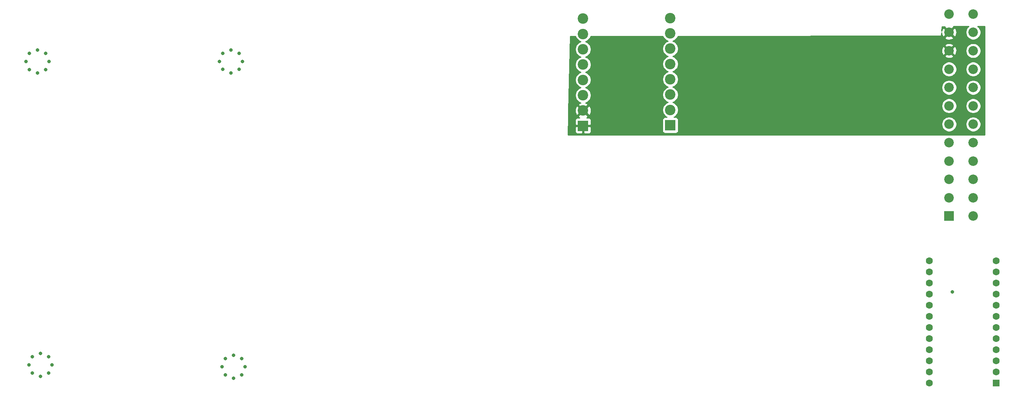
<source format=gbr>
%TF.GenerationSoftware,KiCad,Pcbnew,(5.1.9)-1*%
%TF.CreationDate,2021-07-06T18:24:39-05:00*%
%TF.ProjectId,GEN 1 PSU CARD,47454e20-3120-4505-9355-20434152442e,rev?*%
%TF.SameCoordinates,Original*%
%TF.FileFunction,Copper,L3,Inr*%
%TF.FilePolarity,Positive*%
%FSLAX46Y46*%
G04 Gerber Fmt 4.6, Leading zero omitted, Abs format (unit mm)*
G04 Created by KiCad (PCBNEW (5.1.9)-1) date 2021-07-06 18:24:39*
%MOMM*%
%LPD*%
G01*
G04 APERTURE LIST*
%TA.AperFunction,ComponentPad*%
%ADD10C,2.175000*%
%TD*%
%TA.AperFunction,ComponentPad*%
%ADD11R,2.175000X2.175000*%
%TD*%
%TA.AperFunction,ComponentPad*%
%ADD12C,0.800000*%
%TD*%
%TA.AperFunction,ComponentPad*%
%ADD13C,1.600000*%
%TD*%
%TA.AperFunction,ComponentPad*%
%ADD14R,1.600000X1.600000*%
%TD*%
%TA.AperFunction,ComponentPad*%
%ADD15C,2.400000*%
%TD*%
%TA.AperFunction,ComponentPad*%
%ADD16R,2.400000X2.400000*%
%TD*%
%TA.AperFunction,ViaPad*%
%ADD17C,0.800000*%
%TD*%
%TA.AperFunction,Conductor*%
%ADD18C,0.254000*%
%TD*%
%TA.AperFunction,Conductor*%
%ADD19C,0.100000*%
%TD*%
G04 APERTURE END LIST*
D10*
%TO.N,/GND*%
%TO.C,J4*%
X259052960Y-50904200D03*
%TO.N,Net-(J4-Pad23)*%
X253552960Y-50904200D03*
%TO.N,/5V*%
X259052960Y-55104200D03*
%TO.N,/12V*%
X253552960Y-55104200D03*
%TO.N,/5V*%
X259052960Y-59304200D03*
%TO.N,/12V*%
X253552960Y-59304200D03*
%TO.N,/5V*%
X259052960Y-63504200D03*
%TO.N,/5VSB*%
X253552960Y-63504200D03*
%TO.N,Net-(J4-Pad16)*%
X259052960Y-67704200D03*
%TO.N,Net-(J4-Pad15)*%
X253552960Y-67704200D03*
%TO.N,/GND*%
X259052960Y-71904200D03*
X253552960Y-71904200D03*
X259052960Y-76104200D03*
%TO.N,/5V*%
X253552960Y-76104200D03*
%TO.N,/GND*%
X259052960Y-80304200D03*
X253552960Y-80304200D03*
%TO.N,/PS_ON*%
X259052960Y-84504200D03*
%TO.N,/5V*%
X253552960Y-84504200D03*
%TO.N,/GND*%
X259052960Y-88704200D03*
X253552960Y-88704200D03*
%TO.N,/-12*%
X259052960Y-92904200D03*
%TO.N,Net-(J4-Pad3)*%
X253552960Y-92904200D03*
%TO.N,Net-(J4-Pad2)*%
X259052960Y-97104200D03*
D11*
%TO.N,Net-(J4-Pad1)*%
X253552960Y-97104200D03*
%TD*%
D12*
%TO.N,N/C*%
%TO.C,REF\u002A\u002A*%
X93013440Y-131556760D03*
X92244595Y-133412915D03*
X90388440Y-134181760D03*
X88532285Y-133412915D03*
X87763440Y-131556760D03*
X88532285Y-129700605D03*
X90388440Y-128931760D03*
X92244595Y-129700605D03*
%TD*%
%TO.N,N/C*%
%TO.C,REF\u002A\u002A*%
X48969840Y-131130040D03*
X48200995Y-132986195D03*
X46344840Y-133755040D03*
X44488685Y-132986195D03*
X43719840Y-131130040D03*
X44488685Y-129273885D03*
X46344840Y-128505040D03*
X48200995Y-129273885D03*
%TD*%
%TO.N,N/C*%
%TO.C,REF\u002A\u002A*%
X91609595Y-59860765D03*
X89753440Y-59091920D03*
X87897285Y-59860765D03*
X87128440Y-61716920D03*
X87897285Y-63573075D03*
X89753440Y-64341920D03*
X91609595Y-63573075D03*
X92378440Y-61716920D03*
%TD*%
%TO.N,N/C*%
%TO.C,REF\u002A\u002A*%
X47560915Y-59881085D03*
X45704760Y-59112240D03*
X43848605Y-59881085D03*
X43079760Y-61737240D03*
X43848605Y-63593395D03*
X45704760Y-64362240D03*
X47560915Y-63593395D03*
X48329760Y-61737240D03*
%TD*%
D13*
%TO.N,Net-(U1-Pad24)*%
%TO.C,U1*%
X249026680Y-135255000D03*
%TO.N,/GND*%
X249026680Y-132715000D03*
%TO.N,Net-(U1-Pad22)*%
X249026680Y-130175000D03*
%TO.N,/5VSB*%
X249026680Y-127635000D03*
%TO.N,Net-(U1-Pad20)*%
X249026680Y-125095000D03*
%TO.N,Net-(U1-Pad19)*%
X249026680Y-122555000D03*
%TO.N,Net-(U1-Pad18)*%
X249026680Y-120015000D03*
%TO.N,Net-(U1-Pad17)*%
X249026680Y-117475000D03*
%TO.N,Net-(U1-Pad16)*%
X249026680Y-114935000D03*
%TO.N,Net-(U1-Pad15)*%
X249026680Y-112395000D03*
%TO.N,Net-(U1-Pad14)*%
X249026680Y-109855000D03*
%TO.N,Net-(U1-Pad13)*%
X249026680Y-107315000D03*
%TO.N,Net-(U1-Pad12)*%
X264266680Y-107315000D03*
%TO.N,Net-(U1-Pad11)*%
X264266680Y-109855000D03*
%TO.N,Net-(U1-Pad10)*%
X264266680Y-112395000D03*
%TO.N,/ON-OFF*%
X264266680Y-114935000D03*
%TO.N,Net-(U1-Pad8)*%
X264266680Y-117475000D03*
%TO.N,/OS_OFF*%
X264266680Y-120015000D03*
%TO.N,/PS_ON*%
X264266680Y-122555000D03*
%TO.N,Net-(U1-Pad5)*%
X264266680Y-125095000D03*
%TO.N,/GND*%
X264266680Y-127635000D03*
X264266680Y-130175000D03*
%TO.N,Net-(U1-Pad2)*%
X264266680Y-132715000D03*
D14*
%TO.N,Net-(U1-Pad1)*%
X264266680Y-135255000D03*
%TD*%
D15*
%TO.N,/OS_OFF*%
%TO.C,J3*%
X170083480Y-51953400D03*
%TO.N,/5V*%
X170083480Y-55453400D03*
X170083480Y-58953400D03*
X170083480Y-62453400D03*
X170083480Y-65953400D03*
X170083480Y-69453400D03*
%TO.N,/12V*%
X170083480Y-72953400D03*
D16*
X170083480Y-76453400D03*
%TD*%
D15*
%TO.N,/ON-OFF*%
%TO.C,J2*%
X189981840Y-51821320D03*
%TO.N,/-12*%
X189981840Y-55321320D03*
%TO.N,/GND*%
X189981840Y-58821320D03*
X189981840Y-62321320D03*
X189981840Y-65821320D03*
X189981840Y-69321320D03*
X189981840Y-72821320D03*
D16*
X189981840Y-76321320D03*
%TD*%
D17*
%TO.N,/ON-OFF*%
X254289560Y-114411760D03*
%TD*%
D18*
%TO.N,/12V*%
X261680831Y-78557093D02*
X166647326Y-78536828D01*
X166667998Y-77653400D01*
X168245408Y-77653400D01*
X168257668Y-77777882D01*
X168293978Y-77897580D01*
X168352943Y-78007894D01*
X168432295Y-78104585D01*
X168528986Y-78183937D01*
X168639300Y-78242902D01*
X168758998Y-78279212D01*
X168883480Y-78291472D01*
X169797730Y-78288400D01*
X169956480Y-78129650D01*
X169956480Y-76580400D01*
X170210480Y-76580400D01*
X170210480Y-78129650D01*
X170369230Y-78288400D01*
X171283480Y-78291472D01*
X171407962Y-78279212D01*
X171527660Y-78242902D01*
X171637974Y-78183937D01*
X171734665Y-78104585D01*
X171814017Y-78007894D01*
X171872982Y-77897580D01*
X171909292Y-77777882D01*
X171921552Y-77653400D01*
X171918480Y-76739150D01*
X171759730Y-76580400D01*
X170210480Y-76580400D01*
X169956480Y-76580400D01*
X168407230Y-76580400D01*
X168248480Y-76739150D01*
X168245408Y-77653400D01*
X166667998Y-77653400D01*
X166724160Y-75253400D01*
X168245408Y-75253400D01*
X168248480Y-76167650D01*
X168407230Y-76326400D01*
X169956480Y-76326400D01*
X169956480Y-76306400D01*
X170210480Y-76306400D01*
X170210480Y-76326400D01*
X171759730Y-76326400D01*
X171918480Y-76167650D01*
X171921552Y-75253400D01*
X171909292Y-75128918D01*
X171872982Y-75009220D01*
X171814017Y-74898906D01*
X171734665Y-74802215D01*
X171637974Y-74722863D01*
X171527660Y-74663898D01*
X171407962Y-74627588D01*
X171283480Y-74615328D01*
X170874003Y-74616704D01*
X171061966Y-74516236D01*
X171181854Y-74231380D01*
X170083480Y-73133005D01*
X168985106Y-74231380D01*
X169104994Y-74516236D01*
X169307257Y-74616752D01*
X168883480Y-74615328D01*
X168758998Y-74627588D01*
X168639300Y-74663898D01*
X168528986Y-74722863D01*
X168432295Y-74802215D01*
X168352943Y-74898906D01*
X168293978Y-75009220D01*
X168257668Y-75128918D01*
X168245408Y-75253400D01*
X166724160Y-75253400D01*
X166776703Y-73008084D01*
X168240413Y-73008084D01*
X168286495Y-73366598D01*
X168401634Y-73709233D01*
X168520644Y-73931886D01*
X168805500Y-74051774D01*
X169903875Y-72953400D01*
X170263085Y-72953400D01*
X171361460Y-74051774D01*
X171646316Y-73931886D01*
X171807179Y-73608190D01*
X171901802Y-73259331D01*
X171926547Y-72898716D01*
X171880465Y-72540202D01*
X171765326Y-72197567D01*
X171646316Y-71974914D01*
X171361460Y-71855026D01*
X170263085Y-72953400D01*
X169903875Y-72953400D01*
X168805500Y-71855026D01*
X168520644Y-71974914D01*
X168359781Y-72298610D01*
X168265158Y-72647469D01*
X168240413Y-73008084D01*
X166776703Y-73008084D01*
X167174785Y-55996736D01*
X168321948Y-55995772D01*
X168457324Y-56322599D01*
X168658142Y-56623144D01*
X168913736Y-56878738D01*
X169214281Y-57079556D01*
X169513267Y-57203400D01*
X169214281Y-57327244D01*
X168913736Y-57528062D01*
X168658142Y-57783656D01*
X168457324Y-58084201D01*
X168318998Y-58418150D01*
X168248480Y-58772668D01*
X168248480Y-59134132D01*
X168318998Y-59488650D01*
X168457324Y-59822599D01*
X168658142Y-60123144D01*
X168913736Y-60378738D01*
X169214281Y-60579556D01*
X169513267Y-60703400D01*
X169214281Y-60827244D01*
X168913736Y-61028062D01*
X168658142Y-61283656D01*
X168457324Y-61584201D01*
X168318998Y-61918150D01*
X168248480Y-62272668D01*
X168248480Y-62634132D01*
X168318998Y-62988650D01*
X168457324Y-63322599D01*
X168658142Y-63623144D01*
X168913736Y-63878738D01*
X169214281Y-64079556D01*
X169513267Y-64203400D01*
X169214281Y-64327244D01*
X168913736Y-64528062D01*
X168658142Y-64783656D01*
X168457324Y-65084201D01*
X168318998Y-65418150D01*
X168248480Y-65772668D01*
X168248480Y-66134132D01*
X168318998Y-66488650D01*
X168457324Y-66822599D01*
X168658142Y-67123144D01*
X168913736Y-67378738D01*
X169214281Y-67579556D01*
X169513267Y-67703400D01*
X169214281Y-67827244D01*
X168913736Y-68028062D01*
X168658142Y-68283656D01*
X168457324Y-68584201D01*
X168318998Y-68918150D01*
X168248480Y-69272668D01*
X168248480Y-69634132D01*
X168318998Y-69988650D01*
X168457324Y-70322599D01*
X168658142Y-70623144D01*
X168913736Y-70878738D01*
X169214281Y-71079556D01*
X169520969Y-71206590D01*
X169327647Y-71271554D01*
X169104994Y-71390564D01*
X168985106Y-71675420D01*
X170083480Y-72773795D01*
X171181854Y-71675420D01*
X171061966Y-71390564D01*
X170738270Y-71229701D01*
X170648790Y-71205431D01*
X170952679Y-71079556D01*
X171253224Y-70878738D01*
X171508818Y-70623144D01*
X171709636Y-70322599D01*
X171847962Y-69988650D01*
X171918480Y-69634132D01*
X171918480Y-69272668D01*
X171847962Y-68918150D01*
X171709636Y-68584201D01*
X171508818Y-68283656D01*
X171253224Y-68028062D01*
X170952679Y-67827244D01*
X170653693Y-67703400D01*
X170952679Y-67579556D01*
X171253224Y-67378738D01*
X171508818Y-67123144D01*
X171709636Y-66822599D01*
X171847962Y-66488650D01*
X171918480Y-66134132D01*
X171918480Y-65772668D01*
X171847962Y-65418150D01*
X171709636Y-65084201D01*
X171508818Y-64783656D01*
X171253224Y-64528062D01*
X170952679Y-64327244D01*
X170653693Y-64203400D01*
X170952679Y-64079556D01*
X171253224Y-63878738D01*
X171508818Y-63623144D01*
X171709636Y-63322599D01*
X171847962Y-62988650D01*
X171918480Y-62634132D01*
X171918480Y-62272668D01*
X171847962Y-61918150D01*
X171709636Y-61584201D01*
X171508818Y-61283656D01*
X171253224Y-61028062D01*
X170952679Y-60827244D01*
X170653693Y-60703400D01*
X170952679Y-60579556D01*
X171253224Y-60378738D01*
X171508818Y-60123144D01*
X171709636Y-59822599D01*
X171847962Y-59488650D01*
X171918480Y-59134132D01*
X171918480Y-58772668D01*
X171847962Y-58418150D01*
X171709636Y-58084201D01*
X171508818Y-57783656D01*
X171253224Y-57528062D01*
X170952679Y-57327244D01*
X170653693Y-57203400D01*
X170952679Y-57079556D01*
X171253224Y-56878738D01*
X171508818Y-56623144D01*
X171709636Y-56322599D01*
X171846239Y-55992809D01*
X188268072Y-55979005D01*
X188355684Y-56190519D01*
X188556502Y-56491064D01*
X188812096Y-56746658D01*
X189112641Y-56947476D01*
X189411627Y-57071320D01*
X189112641Y-57195164D01*
X188812096Y-57395982D01*
X188556502Y-57651576D01*
X188355684Y-57952121D01*
X188217358Y-58286070D01*
X188146840Y-58640588D01*
X188146840Y-59002052D01*
X188217358Y-59356570D01*
X188355684Y-59690519D01*
X188556502Y-59991064D01*
X188812096Y-60246658D01*
X189112641Y-60447476D01*
X189411627Y-60571320D01*
X189112641Y-60695164D01*
X188812096Y-60895982D01*
X188556502Y-61151576D01*
X188355684Y-61452121D01*
X188217358Y-61786070D01*
X188146840Y-62140588D01*
X188146840Y-62502052D01*
X188217358Y-62856570D01*
X188355684Y-63190519D01*
X188556502Y-63491064D01*
X188812096Y-63746658D01*
X189112641Y-63947476D01*
X189411627Y-64071320D01*
X189112641Y-64195164D01*
X188812096Y-64395982D01*
X188556502Y-64651576D01*
X188355684Y-64952121D01*
X188217358Y-65286070D01*
X188146840Y-65640588D01*
X188146840Y-66002052D01*
X188217358Y-66356570D01*
X188355684Y-66690519D01*
X188556502Y-66991064D01*
X188812096Y-67246658D01*
X189112641Y-67447476D01*
X189411627Y-67571320D01*
X189112641Y-67695164D01*
X188812096Y-67895982D01*
X188556502Y-68151576D01*
X188355684Y-68452121D01*
X188217358Y-68786070D01*
X188146840Y-69140588D01*
X188146840Y-69502052D01*
X188217358Y-69856570D01*
X188355684Y-70190519D01*
X188556502Y-70491064D01*
X188812096Y-70746658D01*
X189112641Y-70947476D01*
X189411627Y-71071320D01*
X189112641Y-71195164D01*
X188812096Y-71395982D01*
X188556502Y-71651576D01*
X188355684Y-71952121D01*
X188217358Y-72286070D01*
X188146840Y-72640588D01*
X188146840Y-73002052D01*
X188217358Y-73356570D01*
X188355684Y-73690519D01*
X188556502Y-73991064D01*
X188812096Y-74246658D01*
X189112641Y-74447476D01*
X189199002Y-74483248D01*
X188781840Y-74483248D01*
X188657358Y-74495508D01*
X188537660Y-74531818D01*
X188427346Y-74590783D01*
X188330655Y-74670135D01*
X188251303Y-74766826D01*
X188192338Y-74877140D01*
X188156028Y-74996838D01*
X188143768Y-75121320D01*
X188143768Y-77521320D01*
X188156028Y-77645802D01*
X188192338Y-77765500D01*
X188251303Y-77875814D01*
X188330655Y-77972505D01*
X188427346Y-78051857D01*
X188537660Y-78110822D01*
X188657358Y-78147132D01*
X188781840Y-78159392D01*
X191181840Y-78159392D01*
X191306322Y-78147132D01*
X191426020Y-78110822D01*
X191536334Y-78051857D01*
X191633025Y-77972505D01*
X191712377Y-77875814D01*
X191771342Y-77765500D01*
X191807652Y-77645802D01*
X191819912Y-77521320D01*
X191819912Y-75934549D01*
X251830460Y-75934549D01*
X251830460Y-76273851D01*
X251896655Y-76606635D01*
X252026501Y-76920109D01*
X252215007Y-77202229D01*
X252454931Y-77442153D01*
X252737051Y-77630659D01*
X253050525Y-77760505D01*
X253383309Y-77826700D01*
X253722611Y-77826700D01*
X254055395Y-77760505D01*
X254368869Y-77630659D01*
X254650989Y-77442153D01*
X254890913Y-77202229D01*
X255079419Y-76920109D01*
X255209265Y-76606635D01*
X255275460Y-76273851D01*
X255275460Y-75934549D01*
X257330460Y-75934549D01*
X257330460Y-76273851D01*
X257396655Y-76606635D01*
X257526501Y-76920109D01*
X257715007Y-77202229D01*
X257954931Y-77442153D01*
X258237051Y-77630659D01*
X258550525Y-77760505D01*
X258883309Y-77826700D01*
X259222611Y-77826700D01*
X259555395Y-77760505D01*
X259868869Y-77630659D01*
X260150989Y-77442153D01*
X260390913Y-77202229D01*
X260579419Y-76920109D01*
X260709265Y-76606635D01*
X260775460Y-76273851D01*
X260775460Y-75934549D01*
X260709265Y-75601765D01*
X260579419Y-75288291D01*
X260390913Y-75006171D01*
X260150989Y-74766247D01*
X259868869Y-74577741D01*
X259555395Y-74447895D01*
X259222611Y-74381700D01*
X258883309Y-74381700D01*
X258550525Y-74447895D01*
X258237051Y-74577741D01*
X257954931Y-74766247D01*
X257715007Y-75006171D01*
X257526501Y-75288291D01*
X257396655Y-75601765D01*
X257330460Y-75934549D01*
X255275460Y-75934549D01*
X255209265Y-75601765D01*
X255079419Y-75288291D01*
X254890913Y-75006171D01*
X254650989Y-74766247D01*
X254368869Y-74577741D01*
X254055395Y-74447895D01*
X253722611Y-74381700D01*
X253383309Y-74381700D01*
X253050525Y-74447895D01*
X252737051Y-74577741D01*
X252454931Y-74766247D01*
X252215007Y-75006171D01*
X252026501Y-75288291D01*
X251896655Y-75601765D01*
X251830460Y-75934549D01*
X191819912Y-75934549D01*
X191819912Y-75121320D01*
X191807652Y-74996838D01*
X191771342Y-74877140D01*
X191712377Y-74766826D01*
X191633025Y-74670135D01*
X191536334Y-74590783D01*
X191426020Y-74531818D01*
X191306322Y-74495508D01*
X191181840Y-74483248D01*
X190764678Y-74483248D01*
X190851039Y-74447476D01*
X191151584Y-74246658D01*
X191407178Y-73991064D01*
X191607996Y-73690519D01*
X191746322Y-73356570D01*
X191816840Y-73002052D01*
X191816840Y-72640588D01*
X191746322Y-72286070D01*
X191607996Y-71952121D01*
X191462619Y-71734549D01*
X251830460Y-71734549D01*
X251830460Y-72073851D01*
X251896655Y-72406635D01*
X252026501Y-72720109D01*
X252215007Y-73002229D01*
X252454931Y-73242153D01*
X252737051Y-73430659D01*
X253050525Y-73560505D01*
X253383309Y-73626700D01*
X253722611Y-73626700D01*
X254055395Y-73560505D01*
X254368869Y-73430659D01*
X254650989Y-73242153D01*
X254890913Y-73002229D01*
X255079419Y-72720109D01*
X255209265Y-72406635D01*
X255275460Y-72073851D01*
X255275460Y-71734549D01*
X257330460Y-71734549D01*
X257330460Y-72073851D01*
X257396655Y-72406635D01*
X257526501Y-72720109D01*
X257715007Y-73002229D01*
X257954931Y-73242153D01*
X258237051Y-73430659D01*
X258550525Y-73560505D01*
X258883309Y-73626700D01*
X259222611Y-73626700D01*
X259555395Y-73560505D01*
X259868869Y-73430659D01*
X260150989Y-73242153D01*
X260390913Y-73002229D01*
X260579419Y-72720109D01*
X260709265Y-72406635D01*
X260775460Y-72073851D01*
X260775460Y-71734549D01*
X260709265Y-71401765D01*
X260579419Y-71088291D01*
X260390913Y-70806171D01*
X260150989Y-70566247D01*
X259868869Y-70377741D01*
X259555395Y-70247895D01*
X259222611Y-70181700D01*
X258883309Y-70181700D01*
X258550525Y-70247895D01*
X258237051Y-70377741D01*
X257954931Y-70566247D01*
X257715007Y-70806171D01*
X257526501Y-71088291D01*
X257396655Y-71401765D01*
X257330460Y-71734549D01*
X255275460Y-71734549D01*
X255209265Y-71401765D01*
X255079419Y-71088291D01*
X254890913Y-70806171D01*
X254650989Y-70566247D01*
X254368869Y-70377741D01*
X254055395Y-70247895D01*
X253722611Y-70181700D01*
X253383309Y-70181700D01*
X253050525Y-70247895D01*
X252737051Y-70377741D01*
X252454931Y-70566247D01*
X252215007Y-70806171D01*
X252026501Y-71088291D01*
X251896655Y-71401765D01*
X251830460Y-71734549D01*
X191462619Y-71734549D01*
X191407178Y-71651576D01*
X191151584Y-71395982D01*
X190851039Y-71195164D01*
X190552053Y-71071320D01*
X190851039Y-70947476D01*
X191151584Y-70746658D01*
X191407178Y-70491064D01*
X191607996Y-70190519D01*
X191746322Y-69856570D01*
X191816840Y-69502052D01*
X191816840Y-69140588D01*
X191746322Y-68786070D01*
X191607996Y-68452121D01*
X191407178Y-68151576D01*
X191151584Y-67895982D01*
X190851039Y-67695164D01*
X190552053Y-67571320D01*
X190640826Y-67534549D01*
X251830460Y-67534549D01*
X251830460Y-67873851D01*
X251896655Y-68206635D01*
X252026501Y-68520109D01*
X252215007Y-68802229D01*
X252454931Y-69042153D01*
X252737051Y-69230659D01*
X253050525Y-69360505D01*
X253383309Y-69426700D01*
X253722611Y-69426700D01*
X254055395Y-69360505D01*
X254368869Y-69230659D01*
X254650989Y-69042153D01*
X254890913Y-68802229D01*
X255079419Y-68520109D01*
X255209265Y-68206635D01*
X255275460Y-67873851D01*
X255275460Y-67534549D01*
X257330460Y-67534549D01*
X257330460Y-67873851D01*
X257396655Y-68206635D01*
X257526501Y-68520109D01*
X257715007Y-68802229D01*
X257954931Y-69042153D01*
X258237051Y-69230659D01*
X258550525Y-69360505D01*
X258883309Y-69426700D01*
X259222611Y-69426700D01*
X259555395Y-69360505D01*
X259868869Y-69230659D01*
X260150989Y-69042153D01*
X260390913Y-68802229D01*
X260579419Y-68520109D01*
X260709265Y-68206635D01*
X260775460Y-67873851D01*
X260775460Y-67534549D01*
X260709265Y-67201765D01*
X260579419Y-66888291D01*
X260390913Y-66606171D01*
X260150989Y-66366247D01*
X259868869Y-66177741D01*
X259555395Y-66047895D01*
X259222611Y-65981700D01*
X258883309Y-65981700D01*
X258550525Y-66047895D01*
X258237051Y-66177741D01*
X257954931Y-66366247D01*
X257715007Y-66606171D01*
X257526501Y-66888291D01*
X257396655Y-67201765D01*
X257330460Y-67534549D01*
X255275460Y-67534549D01*
X255209265Y-67201765D01*
X255079419Y-66888291D01*
X254890913Y-66606171D01*
X254650989Y-66366247D01*
X254368869Y-66177741D01*
X254055395Y-66047895D01*
X253722611Y-65981700D01*
X253383309Y-65981700D01*
X253050525Y-66047895D01*
X252737051Y-66177741D01*
X252454931Y-66366247D01*
X252215007Y-66606171D01*
X252026501Y-66888291D01*
X251896655Y-67201765D01*
X251830460Y-67534549D01*
X190640826Y-67534549D01*
X190851039Y-67447476D01*
X191151584Y-67246658D01*
X191407178Y-66991064D01*
X191607996Y-66690519D01*
X191746322Y-66356570D01*
X191816840Y-66002052D01*
X191816840Y-65640588D01*
X191746322Y-65286070D01*
X191607996Y-64952121D01*
X191407178Y-64651576D01*
X191151584Y-64395982D01*
X190851039Y-64195164D01*
X190552053Y-64071320D01*
X190851039Y-63947476D01*
X191151584Y-63746658D01*
X191407178Y-63491064D01*
X191511758Y-63334549D01*
X251830460Y-63334549D01*
X251830460Y-63673851D01*
X251896655Y-64006635D01*
X252026501Y-64320109D01*
X252215007Y-64602229D01*
X252454931Y-64842153D01*
X252737051Y-65030659D01*
X253050525Y-65160505D01*
X253383309Y-65226700D01*
X253722611Y-65226700D01*
X254055395Y-65160505D01*
X254368869Y-65030659D01*
X254650989Y-64842153D01*
X254890913Y-64602229D01*
X255079419Y-64320109D01*
X255209265Y-64006635D01*
X255275460Y-63673851D01*
X255275460Y-63334549D01*
X257330460Y-63334549D01*
X257330460Y-63673851D01*
X257396655Y-64006635D01*
X257526501Y-64320109D01*
X257715007Y-64602229D01*
X257954931Y-64842153D01*
X258237051Y-65030659D01*
X258550525Y-65160505D01*
X258883309Y-65226700D01*
X259222611Y-65226700D01*
X259555395Y-65160505D01*
X259868869Y-65030659D01*
X260150989Y-64842153D01*
X260390913Y-64602229D01*
X260579419Y-64320109D01*
X260709265Y-64006635D01*
X260775460Y-63673851D01*
X260775460Y-63334549D01*
X260709265Y-63001765D01*
X260579419Y-62688291D01*
X260390913Y-62406171D01*
X260150989Y-62166247D01*
X259868869Y-61977741D01*
X259555395Y-61847895D01*
X259222611Y-61781700D01*
X258883309Y-61781700D01*
X258550525Y-61847895D01*
X258237051Y-61977741D01*
X257954931Y-62166247D01*
X257715007Y-62406171D01*
X257526501Y-62688291D01*
X257396655Y-63001765D01*
X257330460Y-63334549D01*
X255275460Y-63334549D01*
X255209265Y-63001765D01*
X255079419Y-62688291D01*
X254890913Y-62406171D01*
X254650989Y-62166247D01*
X254368869Y-61977741D01*
X254055395Y-61847895D01*
X253722611Y-61781700D01*
X253383309Y-61781700D01*
X253050525Y-61847895D01*
X252737051Y-61977741D01*
X252454931Y-62166247D01*
X252215007Y-62406171D01*
X252026501Y-62688291D01*
X251896655Y-63001765D01*
X251830460Y-63334549D01*
X191511758Y-63334549D01*
X191607996Y-63190519D01*
X191746322Y-62856570D01*
X191816840Y-62502052D01*
X191816840Y-62140588D01*
X191746322Y-61786070D01*
X191607996Y-61452121D01*
X191407178Y-61151576D01*
X191151584Y-60895982D01*
X190851039Y-60695164D01*
X190552053Y-60571320D01*
X190719403Y-60502001D01*
X252534764Y-60502001D01*
X252641089Y-60775348D01*
X252945618Y-60924978D01*
X253273485Y-61012322D01*
X253612094Y-61034024D01*
X253948430Y-60989249D01*
X254269567Y-60879719D01*
X254464831Y-60775348D01*
X254571156Y-60502001D01*
X253552960Y-59483805D01*
X252534764Y-60502001D01*
X190719403Y-60502001D01*
X190851039Y-60447476D01*
X191151584Y-60246658D01*
X191407178Y-59991064D01*
X191607996Y-59690519D01*
X191743520Y-59363334D01*
X251823136Y-59363334D01*
X251867911Y-59699670D01*
X251977441Y-60020807D01*
X252081812Y-60216071D01*
X252355159Y-60322396D01*
X253373355Y-59304200D01*
X253732565Y-59304200D01*
X254750761Y-60322396D01*
X255024108Y-60216071D01*
X255173738Y-59911542D01*
X255261082Y-59583675D01*
X255282784Y-59245066D01*
X255268072Y-59134549D01*
X257330460Y-59134549D01*
X257330460Y-59473851D01*
X257396655Y-59806635D01*
X257526501Y-60120109D01*
X257715007Y-60402229D01*
X257954931Y-60642153D01*
X258237051Y-60830659D01*
X258550525Y-60960505D01*
X258883309Y-61026700D01*
X259222611Y-61026700D01*
X259555395Y-60960505D01*
X259868869Y-60830659D01*
X260150989Y-60642153D01*
X260390913Y-60402229D01*
X260579419Y-60120109D01*
X260709265Y-59806635D01*
X260775460Y-59473851D01*
X260775460Y-59134549D01*
X260709265Y-58801765D01*
X260579419Y-58488291D01*
X260390913Y-58206171D01*
X260150989Y-57966247D01*
X259868869Y-57777741D01*
X259555395Y-57647895D01*
X259222611Y-57581700D01*
X258883309Y-57581700D01*
X258550525Y-57647895D01*
X258237051Y-57777741D01*
X257954931Y-57966247D01*
X257715007Y-58206171D01*
X257526501Y-58488291D01*
X257396655Y-58801765D01*
X257330460Y-59134549D01*
X255268072Y-59134549D01*
X255238009Y-58908730D01*
X255128479Y-58587593D01*
X255024108Y-58392329D01*
X254750761Y-58286004D01*
X253732565Y-59304200D01*
X253373355Y-59304200D01*
X252355159Y-58286004D01*
X252081812Y-58392329D01*
X251932182Y-58696858D01*
X251844838Y-59024725D01*
X251823136Y-59363334D01*
X191743520Y-59363334D01*
X191746322Y-59356570D01*
X191816840Y-59002052D01*
X191816840Y-58640588D01*
X191746322Y-58286070D01*
X191671900Y-58106399D01*
X252534764Y-58106399D01*
X253552960Y-59124595D01*
X254571156Y-58106399D01*
X254464831Y-57833052D01*
X254160302Y-57683422D01*
X253832435Y-57596078D01*
X253493826Y-57574376D01*
X253157490Y-57619151D01*
X252836353Y-57728681D01*
X252641089Y-57833052D01*
X252534764Y-58106399D01*
X191671900Y-58106399D01*
X191607996Y-57952121D01*
X191407178Y-57651576D01*
X191151584Y-57395982D01*
X190851039Y-57195164D01*
X190552053Y-57071320D01*
X190851039Y-56947476D01*
X191151584Y-56746658D01*
X191407178Y-56491064D01*
X191533506Y-56302001D01*
X252534764Y-56302001D01*
X252641089Y-56575348D01*
X252945618Y-56724978D01*
X253273485Y-56812322D01*
X253612094Y-56834024D01*
X253948430Y-56789249D01*
X254269567Y-56679719D01*
X254464831Y-56575348D01*
X254571156Y-56302001D01*
X253552960Y-55283805D01*
X252534764Y-56302001D01*
X191533506Y-56302001D01*
X191607996Y-56190519D01*
X191696802Y-55976123D01*
X251658227Y-55925720D01*
X251683001Y-55923259D01*
X251706819Y-55916012D01*
X251728766Y-55904257D01*
X251747998Y-55888447D01*
X251763776Y-55869189D01*
X251775494Y-55847222D01*
X251782701Y-55823392D01*
X251784847Y-55807049D01*
X251825828Y-55183555D01*
X251867911Y-55499670D01*
X251977441Y-55820807D01*
X252081812Y-56016071D01*
X252355159Y-56122396D01*
X253373355Y-55104200D01*
X253732565Y-55104200D01*
X254750761Y-56122396D01*
X255024108Y-56016071D01*
X255173738Y-55711542D01*
X255261082Y-55383675D01*
X255282784Y-55045066D01*
X255238009Y-54708730D01*
X255128479Y-54387593D01*
X255024108Y-54192329D01*
X254750761Y-54086004D01*
X253732565Y-55104200D01*
X253373355Y-55104200D01*
X252355159Y-54086004D01*
X252081812Y-54192329D01*
X251932182Y-54496858D01*
X251850912Y-54801927D01*
X251919323Y-53761097D01*
X252592482Y-53758014D01*
X252534764Y-53906399D01*
X253552960Y-54924595D01*
X254571156Y-53906399D01*
X254510022Y-53749231D01*
X258004350Y-53733227D01*
X257954931Y-53766247D01*
X257715007Y-54006171D01*
X257526501Y-54288291D01*
X257396655Y-54601765D01*
X257330460Y-54934549D01*
X257330460Y-55273851D01*
X257396655Y-55606635D01*
X257526501Y-55920109D01*
X257715007Y-56202229D01*
X257954931Y-56442153D01*
X258237051Y-56630659D01*
X258550525Y-56760505D01*
X258883309Y-56826700D01*
X259222611Y-56826700D01*
X259555395Y-56760505D01*
X259868869Y-56630659D01*
X260150989Y-56442153D01*
X260390913Y-56202229D01*
X260579419Y-55920109D01*
X260709265Y-55606635D01*
X260775460Y-55273851D01*
X260775460Y-54934549D01*
X260709265Y-54601765D01*
X260579419Y-54288291D01*
X260390913Y-54006171D01*
X260150989Y-53766247D01*
X260087293Y-53723686D01*
X261655689Y-53716503D01*
X261680831Y-78557093D01*
%TA.AperFunction,Conductor*%
D19*
G36*
X261680831Y-78557093D02*
G01*
X166647326Y-78536828D01*
X166667998Y-77653400D01*
X168245408Y-77653400D01*
X168257668Y-77777882D01*
X168293978Y-77897580D01*
X168352943Y-78007894D01*
X168432295Y-78104585D01*
X168528986Y-78183937D01*
X168639300Y-78242902D01*
X168758998Y-78279212D01*
X168883480Y-78291472D01*
X169797730Y-78288400D01*
X169956480Y-78129650D01*
X169956480Y-76580400D01*
X170210480Y-76580400D01*
X170210480Y-78129650D01*
X170369230Y-78288400D01*
X171283480Y-78291472D01*
X171407962Y-78279212D01*
X171527660Y-78242902D01*
X171637974Y-78183937D01*
X171734665Y-78104585D01*
X171814017Y-78007894D01*
X171872982Y-77897580D01*
X171909292Y-77777882D01*
X171921552Y-77653400D01*
X171918480Y-76739150D01*
X171759730Y-76580400D01*
X170210480Y-76580400D01*
X169956480Y-76580400D01*
X168407230Y-76580400D01*
X168248480Y-76739150D01*
X168245408Y-77653400D01*
X166667998Y-77653400D01*
X166724160Y-75253400D01*
X168245408Y-75253400D01*
X168248480Y-76167650D01*
X168407230Y-76326400D01*
X169956480Y-76326400D01*
X169956480Y-76306400D01*
X170210480Y-76306400D01*
X170210480Y-76326400D01*
X171759730Y-76326400D01*
X171918480Y-76167650D01*
X171921552Y-75253400D01*
X171909292Y-75128918D01*
X171872982Y-75009220D01*
X171814017Y-74898906D01*
X171734665Y-74802215D01*
X171637974Y-74722863D01*
X171527660Y-74663898D01*
X171407962Y-74627588D01*
X171283480Y-74615328D01*
X170874003Y-74616704D01*
X171061966Y-74516236D01*
X171181854Y-74231380D01*
X170083480Y-73133005D01*
X168985106Y-74231380D01*
X169104994Y-74516236D01*
X169307257Y-74616752D01*
X168883480Y-74615328D01*
X168758998Y-74627588D01*
X168639300Y-74663898D01*
X168528986Y-74722863D01*
X168432295Y-74802215D01*
X168352943Y-74898906D01*
X168293978Y-75009220D01*
X168257668Y-75128918D01*
X168245408Y-75253400D01*
X166724160Y-75253400D01*
X166776703Y-73008084D01*
X168240413Y-73008084D01*
X168286495Y-73366598D01*
X168401634Y-73709233D01*
X168520644Y-73931886D01*
X168805500Y-74051774D01*
X169903875Y-72953400D01*
X170263085Y-72953400D01*
X171361460Y-74051774D01*
X171646316Y-73931886D01*
X171807179Y-73608190D01*
X171901802Y-73259331D01*
X171926547Y-72898716D01*
X171880465Y-72540202D01*
X171765326Y-72197567D01*
X171646316Y-71974914D01*
X171361460Y-71855026D01*
X170263085Y-72953400D01*
X169903875Y-72953400D01*
X168805500Y-71855026D01*
X168520644Y-71974914D01*
X168359781Y-72298610D01*
X168265158Y-72647469D01*
X168240413Y-73008084D01*
X166776703Y-73008084D01*
X167174785Y-55996736D01*
X168321948Y-55995772D01*
X168457324Y-56322599D01*
X168658142Y-56623144D01*
X168913736Y-56878738D01*
X169214281Y-57079556D01*
X169513267Y-57203400D01*
X169214281Y-57327244D01*
X168913736Y-57528062D01*
X168658142Y-57783656D01*
X168457324Y-58084201D01*
X168318998Y-58418150D01*
X168248480Y-58772668D01*
X168248480Y-59134132D01*
X168318998Y-59488650D01*
X168457324Y-59822599D01*
X168658142Y-60123144D01*
X168913736Y-60378738D01*
X169214281Y-60579556D01*
X169513267Y-60703400D01*
X169214281Y-60827244D01*
X168913736Y-61028062D01*
X168658142Y-61283656D01*
X168457324Y-61584201D01*
X168318998Y-61918150D01*
X168248480Y-62272668D01*
X168248480Y-62634132D01*
X168318998Y-62988650D01*
X168457324Y-63322599D01*
X168658142Y-63623144D01*
X168913736Y-63878738D01*
X169214281Y-64079556D01*
X169513267Y-64203400D01*
X169214281Y-64327244D01*
X168913736Y-64528062D01*
X168658142Y-64783656D01*
X168457324Y-65084201D01*
X168318998Y-65418150D01*
X168248480Y-65772668D01*
X168248480Y-66134132D01*
X168318998Y-66488650D01*
X168457324Y-66822599D01*
X168658142Y-67123144D01*
X168913736Y-67378738D01*
X169214281Y-67579556D01*
X169513267Y-67703400D01*
X169214281Y-67827244D01*
X168913736Y-68028062D01*
X168658142Y-68283656D01*
X168457324Y-68584201D01*
X168318998Y-68918150D01*
X168248480Y-69272668D01*
X168248480Y-69634132D01*
X168318998Y-69988650D01*
X168457324Y-70322599D01*
X168658142Y-70623144D01*
X168913736Y-70878738D01*
X169214281Y-71079556D01*
X169520969Y-71206590D01*
X169327647Y-71271554D01*
X169104994Y-71390564D01*
X168985106Y-71675420D01*
X170083480Y-72773795D01*
X171181854Y-71675420D01*
X171061966Y-71390564D01*
X170738270Y-71229701D01*
X170648790Y-71205431D01*
X170952679Y-71079556D01*
X171253224Y-70878738D01*
X171508818Y-70623144D01*
X171709636Y-70322599D01*
X171847962Y-69988650D01*
X171918480Y-69634132D01*
X171918480Y-69272668D01*
X171847962Y-68918150D01*
X171709636Y-68584201D01*
X171508818Y-68283656D01*
X171253224Y-68028062D01*
X170952679Y-67827244D01*
X170653693Y-67703400D01*
X170952679Y-67579556D01*
X171253224Y-67378738D01*
X171508818Y-67123144D01*
X171709636Y-66822599D01*
X171847962Y-66488650D01*
X171918480Y-66134132D01*
X171918480Y-65772668D01*
X171847962Y-65418150D01*
X171709636Y-65084201D01*
X171508818Y-64783656D01*
X171253224Y-64528062D01*
X170952679Y-64327244D01*
X170653693Y-64203400D01*
X170952679Y-64079556D01*
X171253224Y-63878738D01*
X171508818Y-63623144D01*
X171709636Y-63322599D01*
X171847962Y-62988650D01*
X171918480Y-62634132D01*
X171918480Y-62272668D01*
X171847962Y-61918150D01*
X171709636Y-61584201D01*
X171508818Y-61283656D01*
X171253224Y-61028062D01*
X170952679Y-60827244D01*
X170653693Y-60703400D01*
X170952679Y-60579556D01*
X171253224Y-60378738D01*
X171508818Y-60123144D01*
X171709636Y-59822599D01*
X171847962Y-59488650D01*
X171918480Y-59134132D01*
X171918480Y-58772668D01*
X171847962Y-58418150D01*
X171709636Y-58084201D01*
X171508818Y-57783656D01*
X171253224Y-57528062D01*
X170952679Y-57327244D01*
X170653693Y-57203400D01*
X170952679Y-57079556D01*
X171253224Y-56878738D01*
X171508818Y-56623144D01*
X171709636Y-56322599D01*
X171846239Y-55992809D01*
X188268072Y-55979005D01*
X188355684Y-56190519D01*
X188556502Y-56491064D01*
X188812096Y-56746658D01*
X189112641Y-56947476D01*
X189411627Y-57071320D01*
X189112641Y-57195164D01*
X188812096Y-57395982D01*
X188556502Y-57651576D01*
X188355684Y-57952121D01*
X188217358Y-58286070D01*
X188146840Y-58640588D01*
X188146840Y-59002052D01*
X188217358Y-59356570D01*
X188355684Y-59690519D01*
X188556502Y-59991064D01*
X188812096Y-60246658D01*
X189112641Y-60447476D01*
X189411627Y-60571320D01*
X189112641Y-60695164D01*
X188812096Y-60895982D01*
X188556502Y-61151576D01*
X188355684Y-61452121D01*
X188217358Y-61786070D01*
X188146840Y-62140588D01*
X188146840Y-62502052D01*
X188217358Y-62856570D01*
X188355684Y-63190519D01*
X188556502Y-63491064D01*
X188812096Y-63746658D01*
X189112641Y-63947476D01*
X189411627Y-64071320D01*
X189112641Y-64195164D01*
X188812096Y-64395982D01*
X188556502Y-64651576D01*
X188355684Y-64952121D01*
X188217358Y-65286070D01*
X188146840Y-65640588D01*
X188146840Y-66002052D01*
X188217358Y-66356570D01*
X188355684Y-66690519D01*
X188556502Y-66991064D01*
X188812096Y-67246658D01*
X189112641Y-67447476D01*
X189411627Y-67571320D01*
X189112641Y-67695164D01*
X188812096Y-67895982D01*
X188556502Y-68151576D01*
X188355684Y-68452121D01*
X188217358Y-68786070D01*
X188146840Y-69140588D01*
X188146840Y-69502052D01*
X188217358Y-69856570D01*
X188355684Y-70190519D01*
X188556502Y-70491064D01*
X188812096Y-70746658D01*
X189112641Y-70947476D01*
X189411627Y-71071320D01*
X189112641Y-71195164D01*
X188812096Y-71395982D01*
X188556502Y-71651576D01*
X188355684Y-71952121D01*
X188217358Y-72286070D01*
X188146840Y-72640588D01*
X188146840Y-73002052D01*
X188217358Y-73356570D01*
X188355684Y-73690519D01*
X188556502Y-73991064D01*
X188812096Y-74246658D01*
X189112641Y-74447476D01*
X189199002Y-74483248D01*
X188781840Y-74483248D01*
X188657358Y-74495508D01*
X188537660Y-74531818D01*
X188427346Y-74590783D01*
X188330655Y-74670135D01*
X188251303Y-74766826D01*
X188192338Y-74877140D01*
X188156028Y-74996838D01*
X188143768Y-75121320D01*
X188143768Y-77521320D01*
X188156028Y-77645802D01*
X188192338Y-77765500D01*
X188251303Y-77875814D01*
X188330655Y-77972505D01*
X188427346Y-78051857D01*
X188537660Y-78110822D01*
X188657358Y-78147132D01*
X188781840Y-78159392D01*
X191181840Y-78159392D01*
X191306322Y-78147132D01*
X191426020Y-78110822D01*
X191536334Y-78051857D01*
X191633025Y-77972505D01*
X191712377Y-77875814D01*
X191771342Y-77765500D01*
X191807652Y-77645802D01*
X191819912Y-77521320D01*
X191819912Y-75934549D01*
X251830460Y-75934549D01*
X251830460Y-76273851D01*
X251896655Y-76606635D01*
X252026501Y-76920109D01*
X252215007Y-77202229D01*
X252454931Y-77442153D01*
X252737051Y-77630659D01*
X253050525Y-77760505D01*
X253383309Y-77826700D01*
X253722611Y-77826700D01*
X254055395Y-77760505D01*
X254368869Y-77630659D01*
X254650989Y-77442153D01*
X254890913Y-77202229D01*
X255079419Y-76920109D01*
X255209265Y-76606635D01*
X255275460Y-76273851D01*
X255275460Y-75934549D01*
X257330460Y-75934549D01*
X257330460Y-76273851D01*
X257396655Y-76606635D01*
X257526501Y-76920109D01*
X257715007Y-77202229D01*
X257954931Y-77442153D01*
X258237051Y-77630659D01*
X258550525Y-77760505D01*
X258883309Y-77826700D01*
X259222611Y-77826700D01*
X259555395Y-77760505D01*
X259868869Y-77630659D01*
X260150989Y-77442153D01*
X260390913Y-77202229D01*
X260579419Y-76920109D01*
X260709265Y-76606635D01*
X260775460Y-76273851D01*
X260775460Y-75934549D01*
X260709265Y-75601765D01*
X260579419Y-75288291D01*
X260390913Y-75006171D01*
X260150989Y-74766247D01*
X259868869Y-74577741D01*
X259555395Y-74447895D01*
X259222611Y-74381700D01*
X258883309Y-74381700D01*
X258550525Y-74447895D01*
X258237051Y-74577741D01*
X257954931Y-74766247D01*
X257715007Y-75006171D01*
X257526501Y-75288291D01*
X257396655Y-75601765D01*
X257330460Y-75934549D01*
X255275460Y-75934549D01*
X255209265Y-75601765D01*
X255079419Y-75288291D01*
X254890913Y-75006171D01*
X254650989Y-74766247D01*
X254368869Y-74577741D01*
X254055395Y-74447895D01*
X253722611Y-74381700D01*
X253383309Y-74381700D01*
X253050525Y-74447895D01*
X252737051Y-74577741D01*
X252454931Y-74766247D01*
X252215007Y-75006171D01*
X252026501Y-75288291D01*
X251896655Y-75601765D01*
X251830460Y-75934549D01*
X191819912Y-75934549D01*
X191819912Y-75121320D01*
X191807652Y-74996838D01*
X191771342Y-74877140D01*
X191712377Y-74766826D01*
X191633025Y-74670135D01*
X191536334Y-74590783D01*
X191426020Y-74531818D01*
X191306322Y-74495508D01*
X191181840Y-74483248D01*
X190764678Y-74483248D01*
X190851039Y-74447476D01*
X191151584Y-74246658D01*
X191407178Y-73991064D01*
X191607996Y-73690519D01*
X191746322Y-73356570D01*
X191816840Y-73002052D01*
X191816840Y-72640588D01*
X191746322Y-72286070D01*
X191607996Y-71952121D01*
X191462619Y-71734549D01*
X251830460Y-71734549D01*
X251830460Y-72073851D01*
X251896655Y-72406635D01*
X252026501Y-72720109D01*
X252215007Y-73002229D01*
X252454931Y-73242153D01*
X252737051Y-73430659D01*
X253050525Y-73560505D01*
X253383309Y-73626700D01*
X253722611Y-73626700D01*
X254055395Y-73560505D01*
X254368869Y-73430659D01*
X254650989Y-73242153D01*
X254890913Y-73002229D01*
X255079419Y-72720109D01*
X255209265Y-72406635D01*
X255275460Y-72073851D01*
X255275460Y-71734549D01*
X257330460Y-71734549D01*
X257330460Y-72073851D01*
X257396655Y-72406635D01*
X257526501Y-72720109D01*
X257715007Y-73002229D01*
X257954931Y-73242153D01*
X258237051Y-73430659D01*
X258550525Y-73560505D01*
X258883309Y-73626700D01*
X259222611Y-73626700D01*
X259555395Y-73560505D01*
X259868869Y-73430659D01*
X260150989Y-73242153D01*
X260390913Y-73002229D01*
X260579419Y-72720109D01*
X260709265Y-72406635D01*
X260775460Y-72073851D01*
X260775460Y-71734549D01*
X260709265Y-71401765D01*
X260579419Y-71088291D01*
X260390913Y-70806171D01*
X260150989Y-70566247D01*
X259868869Y-70377741D01*
X259555395Y-70247895D01*
X259222611Y-70181700D01*
X258883309Y-70181700D01*
X258550525Y-70247895D01*
X258237051Y-70377741D01*
X257954931Y-70566247D01*
X257715007Y-70806171D01*
X257526501Y-71088291D01*
X257396655Y-71401765D01*
X257330460Y-71734549D01*
X255275460Y-71734549D01*
X255209265Y-71401765D01*
X255079419Y-71088291D01*
X254890913Y-70806171D01*
X254650989Y-70566247D01*
X254368869Y-70377741D01*
X254055395Y-70247895D01*
X253722611Y-70181700D01*
X253383309Y-70181700D01*
X253050525Y-70247895D01*
X252737051Y-70377741D01*
X252454931Y-70566247D01*
X252215007Y-70806171D01*
X252026501Y-71088291D01*
X251896655Y-71401765D01*
X251830460Y-71734549D01*
X191462619Y-71734549D01*
X191407178Y-71651576D01*
X191151584Y-71395982D01*
X190851039Y-71195164D01*
X190552053Y-71071320D01*
X190851039Y-70947476D01*
X191151584Y-70746658D01*
X191407178Y-70491064D01*
X191607996Y-70190519D01*
X191746322Y-69856570D01*
X191816840Y-69502052D01*
X191816840Y-69140588D01*
X191746322Y-68786070D01*
X191607996Y-68452121D01*
X191407178Y-68151576D01*
X191151584Y-67895982D01*
X190851039Y-67695164D01*
X190552053Y-67571320D01*
X190640826Y-67534549D01*
X251830460Y-67534549D01*
X251830460Y-67873851D01*
X251896655Y-68206635D01*
X252026501Y-68520109D01*
X252215007Y-68802229D01*
X252454931Y-69042153D01*
X252737051Y-69230659D01*
X253050525Y-69360505D01*
X253383309Y-69426700D01*
X253722611Y-69426700D01*
X254055395Y-69360505D01*
X254368869Y-69230659D01*
X254650989Y-69042153D01*
X254890913Y-68802229D01*
X255079419Y-68520109D01*
X255209265Y-68206635D01*
X255275460Y-67873851D01*
X255275460Y-67534549D01*
X257330460Y-67534549D01*
X257330460Y-67873851D01*
X257396655Y-68206635D01*
X257526501Y-68520109D01*
X257715007Y-68802229D01*
X257954931Y-69042153D01*
X258237051Y-69230659D01*
X258550525Y-69360505D01*
X258883309Y-69426700D01*
X259222611Y-69426700D01*
X259555395Y-69360505D01*
X259868869Y-69230659D01*
X260150989Y-69042153D01*
X260390913Y-68802229D01*
X260579419Y-68520109D01*
X260709265Y-68206635D01*
X260775460Y-67873851D01*
X260775460Y-67534549D01*
X260709265Y-67201765D01*
X260579419Y-66888291D01*
X260390913Y-66606171D01*
X260150989Y-66366247D01*
X259868869Y-66177741D01*
X259555395Y-66047895D01*
X259222611Y-65981700D01*
X258883309Y-65981700D01*
X258550525Y-66047895D01*
X258237051Y-66177741D01*
X257954931Y-66366247D01*
X257715007Y-66606171D01*
X257526501Y-66888291D01*
X257396655Y-67201765D01*
X257330460Y-67534549D01*
X255275460Y-67534549D01*
X255209265Y-67201765D01*
X255079419Y-66888291D01*
X254890913Y-66606171D01*
X254650989Y-66366247D01*
X254368869Y-66177741D01*
X254055395Y-66047895D01*
X253722611Y-65981700D01*
X253383309Y-65981700D01*
X253050525Y-66047895D01*
X252737051Y-66177741D01*
X252454931Y-66366247D01*
X252215007Y-66606171D01*
X252026501Y-66888291D01*
X251896655Y-67201765D01*
X251830460Y-67534549D01*
X190640826Y-67534549D01*
X190851039Y-67447476D01*
X191151584Y-67246658D01*
X191407178Y-66991064D01*
X191607996Y-66690519D01*
X191746322Y-66356570D01*
X191816840Y-66002052D01*
X191816840Y-65640588D01*
X191746322Y-65286070D01*
X191607996Y-64952121D01*
X191407178Y-64651576D01*
X191151584Y-64395982D01*
X190851039Y-64195164D01*
X190552053Y-64071320D01*
X190851039Y-63947476D01*
X191151584Y-63746658D01*
X191407178Y-63491064D01*
X191511758Y-63334549D01*
X251830460Y-63334549D01*
X251830460Y-63673851D01*
X251896655Y-64006635D01*
X252026501Y-64320109D01*
X252215007Y-64602229D01*
X252454931Y-64842153D01*
X252737051Y-65030659D01*
X253050525Y-65160505D01*
X253383309Y-65226700D01*
X253722611Y-65226700D01*
X254055395Y-65160505D01*
X254368869Y-65030659D01*
X254650989Y-64842153D01*
X254890913Y-64602229D01*
X255079419Y-64320109D01*
X255209265Y-64006635D01*
X255275460Y-63673851D01*
X255275460Y-63334549D01*
X257330460Y-63334549D01*
X257330460Y-63673851D01*
X257396655Y-64006635D01*
X257526501Y-64320109D01*
X257715007Y-64602229D01*
X257954931Y-64842153D01*
X258237051Y-65030659D01*
X258550525Y-65160505D01*
X258883309Y-65226700D01*
X259222611Y-65226700D01*
X259555395Y-65160505D01*
X259868869Y-65030659D01*
X260150989Y-64842153D01*
X260390913Y-64602229D01*
X260579419Y-64320109D01*
X260709265Y-64006635D01*
X260775460Y-63673851D01*
X260775460Y-63334549D01*
X260709265Y-63001765D01*
X260579419Y-62688291D01*
X260390913Y-62406171D01*
X260150989Y-62166247D01*
X259868869Y-61977741D01*
X259555395Y-61847895D01*
X259222611Y-61781700D01*
X258883309Y-61781700D01*
X258550525Y-61847895D01*
X258237051Y-61977741D01*
X257954931Y-62166247D01*
X257715007Y-62406171D01*
X257526501Y-62688291D01*
X257396655Y-63001765D01*
X257330460Y-63334549D01*
X255275460Y-63334549D01*
X255209265Y-63001765D01*
X255079419Y-62688291D01*
X254890913Y-62406171D01*
X254650989Y-62166247D01*
X254368869Y-61977741D01*
X254055395Y-61847895D01*
X253722611Y-61781700D01*
X253383309Y-61781700D01*
X253050525Y-61847895D01*
X252737051Y-61977741D01*
X252454931Y-62166247D01*
X252215007Y-62406171D01*
X252026501Y-62688291D01*
X251896655Y-63001765D01*
X251830460Y-63334549D01*
X191511758Y-63334549D01*
X191607996Y-63190519D01*
X191746322Y-62856570D01*
X191816840Y-62502052D01*
X191816840Y-62140588D01*
X191746322Y-61786070D01*
X191607996Y-61452121D01*
X191407178Y-61151576D01*
X191151584Y-60895982D01*
X190851039Y-60695164D01*
X190552053Y-60571320D01*
X190719403Y-60502001D01*
X252534764Y-60502001D01*
X252641089Y-60775348D01*
X252945618Y-60924978D01*
X253273485Y-61012322D01*
X253612094Y-61034024D01*
X253948430Y-60989249D01*
X254269567Y-60879719D01*
X254464831Y-60775348D01*
X254571156Y-60502001D01*
X253552960Y-59483805D01*
X252534764Y-60502001D01*
X190719403Y-60502001D01*
X190851039Y-60447476D01*
X191151584Y-60246658D01*
X191407178Y-59991064D01*
X191607996Y-59690519D01*
X191743520Y-59363334D01*
X251823136Y-59363334D01*
X251867911Y-59699670D01*
X251977441Y-60020807D01*
X252081812Y-60216071D01*
X252355159Y-60322396D01*
X253373355Y-59304200D01*
X253732565Y-59304200D01*
X254750761Y-60322396D01*
X255024108Y-60216071D01*
X255173738Y-59911542D01*
X255261082Y-59583675D01*
X255282784Y-59245066D01*
X255268072Y-59134549D01*
X257330460Y-59134549D01*
X257330460Y-59473851D01*
X257396655Y-59806635D01*
X257526501Y-60120109D01*
X257715007Y-60402229D01*
X257954931Y-60642153D01*
X258237051Y-60830659D01*
X258550525Y-60960505D01*
X258883309Y-61026700D01*
X259222611Y-61026700D01*
X259555395Y-60960505D01*
X259868869Y-60830659D01*
X260150989Y-60642153D01*
X260390913Y-60402229D01*
X260579419Y-60120109D01*
X260709265Y-59806635D01*
X260775460Y-59473851D01*
X260775460Y-59134549D01*
X260709265Y-58801765D01*
X260579419Y-58488291D01*
X260390913Y-58206171D01*
X260150989Y-57966247D01*
X259868869Y-57777741D01*
X259555395Y-57647895D01*
X259222611Y-57581700D01*
X258883309Y-57581700D01*
X258550525Y-57647895D01*
X258237051Y-57777741D01*
X257954931Y-57966247D01*
X257715007Y-58206171D01*
X257526501Y-58488291D01*
X257396655Y-58801765D01*
X257330460Y-59134549D01*
X255268072Y-59134549D01*
X255238009Y-58908730D01*
X255128479Y-58587593D01*
X255024108Y-58392329D01*
X254750761Y-58286004D01*
X253732565Y-59304200D01*
X253373355Y-59304200D01*
X252355159Y-58286004D01*
X252081812Y-58392329D01*
X251932182Y-58696858D01*
X251844838Y-59024725D01*
X251823136Y-59363334D01*
X191743520Y-59363334D01*
X191746322Y-59356570D01*
X191816840Y-59002052D01*
X191816840Y-58640588D01*
X191746322Y-58286070D01*
X191671900Y-58106399D01*
X252534764Y-58106399D01*
X253552960Y-59124595D01*
X254571156Y-58106399D01*
X254464831Y-57833052D01*
X254160302Y-57683422D01*
X253832435Y-57596078D01*
X253493826Y-57574376D01*
X253157490Y-57619151D01*
X252836353Y-57728681D01*
X252641089Y-57833052D01*
X252534764Y-58106399D01*
X191671900Y-58106399D01*
X191607996Y-57952121D01*
X191407178Y-57651576D01*
X191151584Y-57395982D01*
X190851039Y-57195164D01*
X190552053Y-57071320D01*
X190851039Y-56947476D01*
X191151584Y-56746658D01*
X191407178Y-56491064D01*
X191533506Y-56302001D01*
X252534764Y-56302001D01*
X252641089Y-56575348D01*
X252945618Y-56724978D01*
X253273485Y-56812322D01*
X253612094Y-56834024D01*
X253948430Y-56789249D01*
X254269567Y-56679719D01*
X254464831Y-56575348D01*
X254571156Y-56302001D01*
X253552960Y-55283805D01*
X252534764Y-56302001D01*
X191533506Y-56302001D01*
X191607996Y-56190519D01*
X191696802Y-55976123D01*
X251658227Y-55925720D01*
X251683001Y-55923259D01*
X251706819Y-55916012D01*
X251728766Y-55904257D01*
X251747998Y-55888447D01*
X251763776Y-55869189D01*
X251775494Y-55847222D01*
X251782701Y-55823392D01*
X251784847Y-55807049D01*
X251825828Y-55183555D01*
X251867911Y-55499670D01*
X251977441Y-55820807D01*
X252081812Y-56016071D01*
X252355159Y-56122396D01*
X253373355Y-55104200D01*
X253732565Y-55104200D01*
X254750761Y-56122396D01*
X255024108Y-56016071D01*
X255173738Y-55711542D01*
X255261082Y-55383675D01*
X255282784Y-55045066D01*
X255238009Y-54708730D01*
X255128479Y-54387593D01*
X255024108Y-54192329D01*
X254750761Y-54086004D01*
X253732565Y-55104200D01*
X253373355Y-55104200D01*
X252355159Y-54086004D01*
X252081812Y-54192329D01*
X251932182Y-54496858D01*
X251850912Y-54801927D01*
X251919323Y-53761097D01*
X252592482Y-53758014D01*
X252534764Y-53906399D01*
X253552960Y-54924595D01*
X254571156Y-53906399D01*
X254510022Y-53749231D01*
X258004350Y-53733227D01*
X257954931Y-53766247D01*
X257715007Y-54006171D01*
X257526501Y-54288291D01*
X257396655Y-54601765D01*
X257330460Y-54934549D01*
X257330460Y-55273851D01*
X257396655Y-55606635D01*
X257526501Y-55920109D01*
X257715007Y-56202229D01*
X257954931Y-56442153D01*
X258237051Y-56630659D01*
X258550525Y-56760505D01*
X258883309Y-56826700D01*
X259222611Y-56826700D01*
X259555395Y-56760505D01*
X259868869Y-56630659D01*
X260150989Y-56442153D01*
X260390913Y-56202229D01*
X260579419Y-55920109D01*
X260709265Y-55606635D01*
X260775460Y-55273851D01*
X260775460Y-54934549D01*
X260709265Y-54601765D01*
X260579419Y-54288291D01*
X260390913Y-54006171D01*
X260150989Y-53766247D01*
X260087293Y-53723686D01*
X261655689Y-53716503D01*
X261680831Y-78557093D01*
G37*
%TD.AperFunction*%
%TD*%
M02*

</source>
